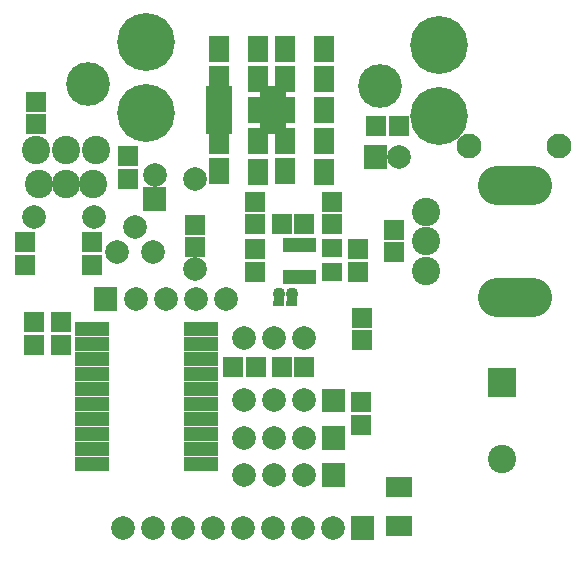
<source format=gbr>
%FSLAX34Y34*%
%MOMM*%
%LNSOLDERMASK_BOTTOM*%
G71*
G01*
%ADD10R, 3.000X1.200*%
%ADD11C, 2.400*%
%ADD12C, 3.300*%
%ADD13C, 2.400*%
%ADD14C, 2.000*%
%ADD15R, 0.850X1.200*%
%ADD16C, 2.000*%
%ADD17C, 4.900*%
%ADD18C, 3.700*%
%ADD19R, 1.800X1.700*%
%ADD20R, 1.700X2.200*%
%ADD21R, 1.700X1.800*%
%ADD22R, 1.800X1.600*%
%ADD23R, 2.200X1.700*%
%ADD24C, 0.860*%
%ADD25C, 2.100*%
%ADD26C, 1.100*%
%ADD27R, 2.200X4.100*%
%LPD*%
X176000Y-287300D02*
G54D10*
D03*
X176000Y-300000D02*
G54D10*
D03*
X176000Y-312700D02*
G54D10*
D03*
X176000Y-325400D02*
G54D10*
D03*
X176000Y-338100D02*
G54D10*
D03*
X176000Y-350800D02*
G54D10*
D03*
X176000Y-363500D02*
G54D10*
D03*
X176000Y-376200D02*
G54D10*
D03*
X176000Y-388900D02*
G54D10*
D03*
X176000Y-401600D02*
G54D10*
D03*
X84000Y-401600D02*
G54D10*
D03*
X84000Y-388900D02*
G54D10*
D03*
X84000Y-376200D02*
G54D10*
D03*
X84000Y-363500D02*
G54D10*
D03*
X84000Y-350800D02*
G54D10*
D03*
X84000Y-338100D02*
G54D10*
D03*
X84000Y-325400D02*
G54D10*
D03*
X84000Y-312700D02*
G54D10*
D03*
X84000Y-300000D02*
G54D10*
D03*
X84000Y-287300D02*
G54D10*
D03*
X39119Y-164850D02*
G54D11*
D03*
X62019Y-164850D02*
G54D11*
D03*
X84919Y-164850D02*
G54D11*
D03*
X431033Y-397986D02*
G54D11*
D03*
G36*
X443033Y-320986D02*
X443033Y-344986D01*
X419033Y-344986D01*
X419033Y-320986D01*
X443033Y-320986D01*
G37*
G54D12*
X456402Y-260837D02*
X427402Y-260837D01*
G54D12*
X456402Y-165837D02*
X427402Y-165837D01*
X366902Y-213337D02*
G54D13*
D03*
X366902Y-238337D02*
G54D13*
D03*
X366902Y-188337D02*
G54D13*
D03*
X212453Y-348099D02*
G54D14*
D03*
X237853Y-348099D02*
G54D14*
D03*
X263254Y-348099D02*
G54D14*
D03*
G36*
X278653Y-358099D02*
X278653Y-338099D01*
X298653Y-338099D01*
X298653Y-358099D01*
X278653Y-358099D01*
G37*
X250033Y-216875D02*
G54D15*
D03*
X250033Y-243875D02*
G54D15*
D03*
X256533Y-216875D02*
G54D15*
D03*
X256533Y-243875D02*
G54D15*
D03*
X263033Y-216875D02*
G54D15*
D03*
X263033Y-243875D02*
G54D15*
D03*
X269533Y-216875D02*
G54D15*
D03*
X269533Y-243875D02*
G54D15*
D03*
X212441Y-379931D02*
G54D14*
D03*
X237842Y-379931D02*
G54D14*
D03*
X263242Y-379931D02*
G54D14*
D03*
G36*
X278642Y-389931D02*
X278642Y-369931D01*
X298642Y-369931D01*
X298642Y-389931D01*
X278642Y-389931D01*
G37*
X105033Y-221986D02*
G54D16*
D03*
X135989Y-221986D02*
G54D16*
D03*
X120907Y-201349D02*
G54D16*
D03*
X137080Y-157287D02*
G54D16*
D03*
G36*
X147079Y-167287D02*
X147079Y-187287D01*
X127079Y-187287D01*
X127079Y-167287D01*
X147079Y-167287D01*
G37*
X378122Y-46878D02*
G54D17*
D03*
X378122Y-106878D02*
G54D17*
D03*
X328322Y-81978D02*
G54D18*
D03*
G36*
X85698Y-272031D02*
X85698Y-252031D01*
X105698Y-252031D01*
X105698Y-272031D01*
X85698Y-272031D01*
G37*
X121098Y-262031D02*
G54D14*
D03*
X146499Y-262031D02*
G54D14*
D03*
X171898Y-262031D02*
G54D14*
D03*
X197298Y-262031D02*
G54D14*
D03*
X85491Y-193135D02*
G54D16*
D03*
X34691Y-193135D02*
G54D16*
D03*
X36522Y-136374D02*
G54D11*
D03*
X61922Y-136374D02*
G54D11*
D03*
X87322Y-136374D02*
G54D11*
D03*
X36852Y-95374D02*
G54D19*
D03*
X36852Y-114374D02*
G54D19*
D03*
X114964Y-141383D02*
G54D19*
D03*
X114964Y-160383D02*
G54D19*
D03*
X247826Y-50158D02*
G54D20*
D03*
X280326Y-50258D02*
G54D20*
D03*
X247826Y-76158D02*
G54D20*
D03*
X280326Y-76258D02*
G54D20*
D03*
X247826Y-102158D02*
G54D20*
D03*
X280326Y-102258D02*
G54D20*
D03*
X247826Y-128158D02*
G54D20*
D03*
X280326Y-128258D02*
G54D20*
D03*
X247826Y-154158D02*
G54D20*
D03*
X280326Y-154258D02*
G54D20*
D03*
G36*
X183326Y-39158D02*
X200326Y-39158D01*
X200326Y-61158D01*
X183326Y-61158D01*
X183326Y-39158D01*
G37*
X224326Y-50258D02*
G54D20*
D03*
G36*
X183326Y-65158D02*
X200326Y-65158D01*
X200326Y-87158D01*
X183326Y-87158D01*
X183326Y-65158D01*
G37*
X224326Y-76258D02*
G54D20*
D03*
X191826Y-102158D02*
G54D20*
D03*
X224326Y-102258D02*
G54D20*
D03*
X191826Y-128158D02*
G54D20*
D03*
X224326Y-128258D02*
G54D20*
D03*
G36*
X183326Y-143158D02*
X200326Y-143158D01*
X200326Y-165158D01*
X183326Y-165158D01*
X183326Y-143158D01*
G37*
X224326Y-154258D02*
G54D20*
D03*
X344033Y-141986D02*
G54D16*
D03*
G36*
X334033Y-151986D02*
X314033Y-151986D01*
X314033Y-131986D01*
X334033Y-131986D01*
X334033Y-151986D01*
G37*
X324800Y-116100D02*
G54D21*
D03*
X343800Y-116101D02*
G54D21*
D03*
X222033Y-179986D02*
G54D19*
D03*
X222033Y-198986D02*
G54D19*
D03*
X287033Y-179986D02*
G54D19*
D03*
X287033Y-198986D02*
G54D19*
D03*
X263632Y-198469D02*
G54D21*
D03*
X244632Y-198469D02*
G54D21*
D03*
X84033Y-213986D02*
G54D19*
D03*
X84033Y-232986D02*
G54D19*
D03*
X287033Y-219386D02*
G54D22*
D03*
X287033Y-239386D02*
G54D22*
D03*
X309033Y-219986D02*
G54D19*
D03*
X309033Y-238986D02*
G54D19*
D03*
G36*
X323196Y-445843D02*
X323196Y-465843D01*
X303196Y-465843D01*
X303196Y-445843D01*
X323196Y-445843D01*
G37*
X287796Y-455843D02*
G54D14*
D03*
X262396Y-455844D02*
G54D14*
D03*
X236996Y-455843D02*
G54D14*
D03*
X211596Y-455843D02*
G54D14*
D03*
X186196Y-455843D02*
G54D14*
D03*
X160796Y-455844D02*
G54D14*
D03*
X135396Y-455844D02*
G54D14*
D03*
X27033Y-232986D02*
G54D19*
D03*
X27032Y-213987D02*
G54D19*
D03*
X58223Y-300940D02*
G54D19*
D03*
X58223Y-281941D02*
G54D19*
D03*
X35223Y-300940D02*
G54D19*
D03*
X35223Y-281941D02*
G54D19*
D03*
X313006Y-277923D02*
G54D19*
D03*
X313006Y-296923D02*
G54D19*
D03*
X212453Y-411099D02*
G54D14*
D03*
X237853Y-411099D02*
G54D14*
D03*
X263254Y-411099D02*
G54D14*
D03*
G36*
X278653Y-421099D02*
X278653Y-401099D01*
X298653Y-401099D01*
X298653Y-421099D01*
X278653Y-421099D01*
G37*
X171289Y-218445D02*
G54D19*
D03*
X171289Y-199445D02*
G54D19*
D03*
X222033Y-219986D02*
G54D19*
D03*
X222033Y-238986D02*
G54D19*
D03*
X110033Y-455986D02*
G54D14*
D03*
X212454Y-295099D02*
G54D14*
D03*
X237853Y-295099D02*
G54D14*
D03*
X263253Y-295099D02*
G54D14*
D03*
X244907Y-319852D02*
G54D21*
D03*
X263906Y-319851D02*
G54D21*
D03*
X203907Y-319852D02*
G54D21*
D03*
X222907Y-319851D02*
G54D21*
D03*
X339964Y-203383D02*
G54D19*
D03*
X339964Y-222383D02*
G54D19*
D03*
X344226Y-421758D02*
G54D23*
D03*
X344126Y-454258D02*
G54D23*
D03*
X311942Y-368482D02*
G54D19*
D03*
X311942Y-349482D02*
G54D19*
D03*
G54D24*
X242033Y-257986D02*
X242033Y-263986D01*
G36*
X237733Y-263986D02*
X246333Y-263986D01*
X246333Y-268286D01*
X237733Y-268286D01*
X237733Y-263986D01*
G37*
G54D24*
X253033Y-257986D02*
X253033Y-263986D01*
G36*
X248733Y-263986D02*
X257333Y-263986D01*
X257333Y-268286D01*
X248733Y-268286D01*
X248733Y-263986D01*
G37*
X171552Y-160726D02*
G54D14*
D03*
X171552Y-236926D02*
G54D14*
D03*
X130122Y-44878D02*
G54D17*
D03*
X130122Y-104878D02*
G54D17*
D03*
X80322Y-79978D02*
G54D18*
D03*
X403625Y-132301D02*
G54D25*
D03*
X479825Y-132301D02*
G54D25*
D03*
X253033Y-257986D02*
G54D26*
D03*
X242033Y-257986D02*
G54D26*
D03*
X237126Y-102158D02*
G54D27*
D03*
X191826Y-102158D02*
G54D27*
D03*
M02*

</source>
